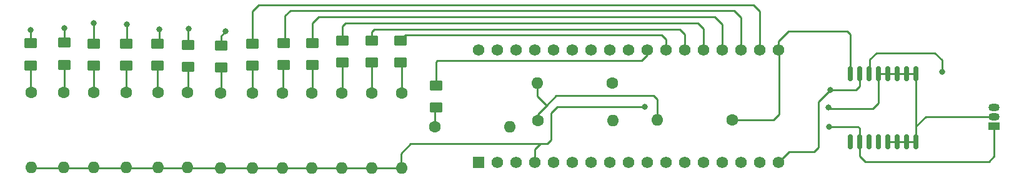
<source format=gbr>
%TF.GenerationSoftware,KiCad,Pcbnew,7.0.9*%
%TF.CreationDate,2025-01-11T11:52:04-05:00*%
%TF.ProjectId,PropellerClock,50726f70-656c-46c6-9572-436c6f636b2e,rev?*%
%TF.SameCoordinates,Original*%
%TF.FileFunction,Copper,L1,Top*%
%TF.FilePolarity,Positive*%
%FSLAX46Y46*%
G04 Gerber Fmt 4.6, Leading zero omitted, Abs format (unit mm)*
G04 Created by KiCad (PCBNEW 7.0.9) date 2025-01-11 11:52:04*
%MOMM*%
%LPD*%
G01*
G04 APERTURE LIST*
G04 Aperture macros list*
%AMRoundRect*
0 Rectangle with rounded corners*
0 $1 Rounding radius*
0 $2 $3 $4 $5 $6 $7 $8 $9 X,Y pos of 4 corners*
0 Add a 4 corners polygon primitive as box body*
4,1,4,$2,$3,$4,$5,$6,$7,$8,$9,$2,$3,0*
0 Add four circle primitives for the rounded corners*
1,1,$1+$1,$2,$3*
1,1,$1+$1,$4,$5*
1,1,$1+$1,$6,$7*
1,1,$1+$1,$8,$9*
0 Add four rect primitives between the rounded corners*
20,1,$1+$1,$2,$3,$4,$5,0*
20,1,$1+$1,$4,$5,$6,$7,0*
20,1,$1+$1,$6,$7,$8,$9,0*
20,1,$1+$1,$8,$9,$2,$3,0*%
G04 Aperture macros list end*
%TA.AperFunction,ComponentPad*%
%ADD10C,1.600000*%
%TD*%
%TA.AperFunction,ComponentPad*%
%ADD11O,1.600000X1.600000*%
%TD*%
%TA.AperFunction,SMDPad,CuDef*%
%ADD12RoundRect,0.250001X0.624999X-0.462499X0.624999X0.462499X-0.624999X0.462499X-0.624999X-0.462499X0*%
%TD*%
%TA.AperFunction,ComponentPad*%
%ADD13R,1.500000X1.050000*%
%TD*%
%TA.AperFunction,ComponentPad*%
%ADD14O,1.500000X1.050000*%
%TD*%
%TA.AperFunction,SMDPad,CuDef*%
%ADD15RoundRect,0.150000X0.150000X-0.875000X0.150000X0.875000X-0.150000X0.875000X-0.150000X-0.875000X0*%
%TD*%
%TA.AperFunction,ComponentPad*%
%ADD16R,1.574800X1.574800*%
%TD*%
%TA.AperFunction,ComponentPad*%
%ADD17C,1.574800*%
%TD*%
%TA.AperFunction,ViaPad*%
%ADD18C,0.800000*%
%TD*%
%TA.AperFunction,Conductor*%
%ADD19C,0.250000*%
%TD*%
G04 APERTURE END LIST*
D10*
%TO.P,R1,1*%
%TO.N,Net-(D10-K)*%
X130028800Y-83566000D03*
D11*
%TO.P,R1,2*%
%TO.N,Net-(MS1-GND)*%
X130028800Y-93726000D03*
%TD*%
D12*
%TO.P,D16,1,K*%
%TO.N,Net-(D16-K)*%
X79767400Y-79821100D03*
%TO.P,D16,2,A*%
%TO.N,Net-(D16-A)*%
X79767400Y-76846100D03*
%TD*%
D10*
%TO.P,R14,1*%
%TO.N,Net-(D6-A)*%
X148463000Y-87299800D03*
D11*
%TO.P,R14,2*%
%TO.N,Net-(MS1-A0)*%
X158623000Y-87299800D03*
%TD*%
D12*
%TO.P,D3,1,K*%
%TO.N,Net-(D3-K)*%
X92688200Y-79871900D03*
%TO.P,D3,2,A*%
%TO.N,Net-(D3-A)*%
X92688200Y-76896900D03*
%TD*%
D10*
%TO.P,R6,1*%
%TO.N,Net-(D15-K)*%
X109778800Y-83566000D03*
D11*
%TO.P,R6,2*%
%TO.N,Net-(MS1-GND)*%
X109778800Y-93726000D03*
%TD*%
%TO.P,R18,2*%
%TO.N,Net-(D6-A)*%
X148361400Y-82194400D03*
D10*
%TO.P,R18,1*%
%TO.N,Net-(MS1-SDA)*%
X158521400Y-82194400D03*
%TD*%
D12*
%TO.P,D2,1,K*%
%TO.N,Net-(D2-K)*%
X88324600Y-79871900D03*
%TO.P,D2,2,A*%
%TO.N,Net-(D2-A)*%
X88324600Y-76896900D03*
%TD*%
D10*
%TO.P,R10,1*%
%TO.N,Net-(D3-K)*%
X92710000Y-83540600D03*
D11*
%TO.P,R10,2*%
%TO.N,Net-(MS1-GND)*%
X92710000Y-93700600D03*
%TD*%
D13*
%TO.P,U2,1,VCC*%
%TO.N,Net-(D6-A)*%
X210286600Y-88061800D03*
D14*
%TO.P,U2,2,GND*%
%TO.N,Net-(MS1-GND)*%
X210286600Y-86791800D03*
%TO.P,U2,3,OUT*%
%TO.N,Net-(MS1-A0)*%
X210286600Y-85521800D03*
%TD*%
D12*
%TO.P,D11,1,K*%
%TO.N,Net-(D11-K)*%
X125992800Y-79414700D03*
%TO.P,D11,2,A*%
%TO.N,Net-(D11-A)*%
X125992800Y-76439700D03*
%TD*%
%TO.P,D15,1,K*%
%TO.N,Net-(D15-K)*%
X109813000Y-79846500D03*
%TO.P,D15,2,A*%
%TO.N,Net-(D15-A)*%
X109813000Y-76871500D03*
%TD*%
%TO.P,D14,1,K*%
%TO.N,Net-(D14-K)*%
X114046000Y-79795700D03*
%TO.P,D14,2,A*%
%TO.N,Net-(D14-A)*%
X114046000Y-76820700D03*
%TD*%
%TO.P,D13,1,K*%
%TO.N,Net-(D13-K)*%
X117890200Y-79795700D03*
%TO.P,D13,2,A*%
%TO.N,Net-(D13-A)*%
X117890200Y-76820700D03*
%TD*%
%TO.P,D1,1,K*%
%TO.N,Net-(D1-K)*%
X84300000Y-79744900D03*
%TO.P,D1,2,A*%
%TO.N,Net-(D1-A)*%
X84300000Y-76769900D03*
%TD*%
D10*
%TO.P,R5,1*%
%TO.N,Net-(D14-K)*%
X113828800Y-83566000D03*
D11*
%TO.P,R5,2*%
%TO.N,Net-(MS1-GND)*%
X113828800Y-93726000D03*
%TD*%
D10*
%TO.P,R8,1*%
%TO.N,Net-(D1-K)*%
X84251800Y-83540600D03*
D11*
%TO.P,R8,2*%
%TO.N,Net-(MS1-GND)*%
X84251800Y-93700600D03*
%TD*%
D12*
%TO.P,D4,1,K*%
%TO.N,Net-(D4-K)*%
X96941400Y-79871900D03*
%TO.P,D4,2,A*%
%TO.N,Net-(D4-A)*%
X96941400Y-76896900D03*
%TD*%
D10*
%TO.P,R7,1*%
%TO.N,Net-(D16-K)*%
X79781400Y-83540600D03*
D11*
%TO.P,R7,2*%
%TO.N,Net-(MS1-GND)*%
X79781400Y-93700600D03*
%TD*%
%TO.P,R17,2*%
%TO.N,Net-(MS1-GND)*%
X144703800Y-88163400D03*
D10*
%TO.P,R17,1*%
%TO.N,Net-(D9-K)*%
X134543800Y-88163400D03*
%TD*%
%TO.P,R12,1*%
%TO.N,Net-(D5-K)*%
X101015800Y-83540600D03*
D11*
%TO.P,R12,2*%
%TO.N,Net-(MS1-GND)*%
X101015800Y-93700600D03*
%TD*%
D10*
%TO.P,R13,1*%
%TO.N,Net-(D6-K)*%
X105511600Y-83566000D03*
D11*
%TO.P,R13,2*%
%TO.N,Net-(MS1-GND)*%
X105511600Y-93726000D03*
%TD*%
D12*
%TO.P,D10,1,K*%
%TO.N,Net-(D10-K)*%
X129828200Y-79440100D03*
%TO.P,D10,2,A*%
%TO.N,Net-(D10-A)*%
X129828200Y-76465100D03*
%TD*%
D15*
%TO.P,U3,1,32KHZ*%
%TO.N,unconnected-(U3-32KHZ-Pad1)*%
X190830200Y-90222600D03*
%TO.P,U3,2,VCC*%
%TO.N,Net-(D6-A)*%
X192100200Y-90222600D03*
%TO.P,U3,3,~{INT}/SQW*%
%TO.N,unconnected-(U3-~{INT}{slash}SQW-Pad3)*%
X193370200Y-90222600D03*
%TO.P,U3,4,~{RST}*%
%TO.N,unconnected-(U3-~{RST}-Pad4)*%
X194640200Y-90222600D03*
%TO.P,U3,5,GND*%
%TO.N,Net-(MS1-GND)*%
X195910200Y-90222600D03*
%TO.P,U3,6,GND*%
X197180200Y-90222600D03*
%TO.P,U3,7,GND*%
X198450200Y-90222600D03*
%TO.P,U3,8,GND*%
X199720200Y-90222600D03*
%TO.P,U3,9,GND*%
X199720200Y-80922600D03*
%TO.P,U3,10,GND*%
X198450200Y-80922600D03*
%TO.P,U3,11,GND*%
X197180200Y-80922600D03*
%TO.P,U3,12,GND*%
X195910200Y-80922600D03*
%TO.P,U3,13,GND*%
X194640200Y-80922600D03*
%TO.P,U3,14,VBAT*%
%TO.N,Net-(U3-VBAT)*%
X193370200Y-80922600D03*
%TO.P,U3,15,SDA*%
%TO.N,Net-(MS1-SDA)*%
X192100200Y-80922600D03*
%TO.P,U3,16,SCL*%
%TO.N,Net-(MS1-SCL)*%
X190830200Y-80922600D03*
%TD*%
D16*
%TO.P,MS1,1,~{RST}*%
%TO.N,unconnected-(MS1-~{RST}-Pad1)*%
X140436600Y-92964000D03*
D17*
%TO.P,MS1,2,3V*%
%TO.N,Net-(D6-A)*%
X142976600Y-92964000D03*
%TO.P,MS1,3,AREF*%
%TO.N,unconnected-(MS1-AREF-Pad3)*%
X145516600Y-92964000D03*
%TO.P,MS1,4,GND*%
%TO.N,Net-(MS1-GND)*%
X148056600Y-92964000D03*
%TO.P,MS1,5,A0*%
%TO.N,Net-(MS1-A0)*%
X150596600Y-92964000D03*
%TO.P,MS1,6,A1*%
%TO.N,Net-(D5-A)*%
X153136600Y-92964000D03*
%TO.P,MS1,7,A2*%
%TO.N,Net-(D4-A)*%
X155676600Y-92964000D03*
%TO.P,MS1,8,A3*%
%TO.N,Net-(D3-A)*%
X158216600Y-92964000D03*
%TO.P,MS1,9,A4*%
%TO.N,Net-(D2-A)*%
X160756600Y-92964000D03*
%TO.P,MS1,10,A5*%
%TO.N,Net-(D1-A)*%
X163296600Y-92964000D03*
%TO.P,MS1,11,SCK*%
%TO.N,unconnected-(MS1-SCK-Pad11)*%
X165836600Y-92964000D03*
%TO.P,MS1,12,MO*%
%TO.N,unconnected-(MS1-MO-Pad12)*%
X168376600Y-92964000D03*
%TO.P,MS1,13,MI*%
%TO.N,unconnected-(MS1-MI-Pad13)*%
X170916600Y-92964000D03*
%TO.P,MS1,14,RX*%
%TO.N,unconnected-(MS1-RX-Pad14)*%
X173456600Y-92964000D03*
%TO.P,MS1,15,TX*%
%TO.N,unconnected-(MS1-TX-Pad15)*%
X175996600Y-92964000D03*
%TO.P,MS1,16,D4*%
%TO.N,Net-(D16-A)*%
X178536600Y-92964000D03*
%TO.P,MS1,17,SDA*%
%TO.N,Net-(MS1-SDA)*%
X181076600Y-92964000D03*
%TO.P,MS1,18,SCL*%
%TO.N,Net-(MS1-SCL)*%
X181076600Y-77724000D03*
%TO.P,MS1,19,5*%
%TO.N,Net-(D15-A)*%
X178536600Y-77724000D03*
%TO.P,MS1,20,6*%
%TO.N,Net-(D14-A)*%
X175996600Y-77724000D03*
%TO.P,MS1,21,9*%
%TO.N,Net-(D13-A)*%
X173456600Y-77724000D03*
%TO.P,MS1,22,10*%
%TO.N,Net-(D12-A)*%
X170916600Y-77724000D03*
%TO.P,MS1,23,11*%
%TO.N,Net-(D11-A)*%
X168376600Y-77724000D03*
%TO.P,MS1,24,12*%
%TO.N,Net-(D10-A)*%
X165836600Y-77724000D03*
%TO.P,MS1,25,13*%
%TO.N,Net-(D9-A)*%
X163296600Y-77724000D03*
%TO.P,MS1,26,USB*%
%TO.N,unconnected-(MS1-USB-Pad26)*%
X160756600Y-77724000D03*
%TO.P,MS1,27,EN*%
%TO.N,unconnected-(MS1-EN-Pad27)*%
X158216600Y-77724000D03*
%TO.P,MS1,28,VBAT*%
%TO.N,unconnected-(MS1-VBAT-Pad28)*%
X155676600Y-77724000D03*
%TO.P,MS1,29*%
%TO.N,N/C*%
X153136600Y-77724000D03*
%TO.P,MS1,30*%
X150596600Y-77724000D03*
%TO.P,MS1,31*%
X148056600Y-77724000D03*
%TO.P,MS1,32*%
X145516600Y-77724000D03*
%TO.P,MS1,33*%
X142976600Y-77724000D03*
%TO.P,MS1,34*%
X140436600Y-77724000D03*
%TD*%
D10*
%TO.P,R11,1*%
%TO.N,Net-(D4-K)*%
X96977200Y-83540600D03*
D11*
%TO.P,R11,2*%
%TO.N,Net-(MS1-GND)*%
X96977200Y-93700600D03*
%TD*%
D12*
%TO.P,D6,1,K*%
%TO.N,Net-(D6-K)*%
X105549400Y-80100500D03*
%TO.P,D6,2,A*%
%TO.N,Net-(D6-A)*%
X105549400Y-77125500D03*
%TD*%
D10*
%TO.P,R4,1*%
%TO.N,Net-(D13-K)*%
X117878800Y-83566000D03*
D11*
%TO.P,R4,2*%
%TO.N,Net-(MS1-GND)*%
X117878800Y-93726000D03*
%TD*%
D12*
%TO.P,D9,1,K*%
%TO.N,Net-(D9-K)*%
X134645400Y-85561500D03*
%TO.P,D9,2,A*%
%TO.N,Net-(D9-A)*%
X134645400Y-82586500D03*
%TD*%
%TO.P,D5,1,K*%
%TO.N,Net-(D5-K)*%
X101042200Y-80024300D03*
%TO.P,D5,2,A*%
%TO.N,Net-(D5-A)*%
X101042200Y-77049300D03*
%TD*%
D10*
%TO.P,R3,1*%
%TO.N,Net-(D12-K)*%
X121928800Y-83566000D03*
D11*
%TO.P,R3,2*%
%TO.N,Net-(MS1-GND)*%
X121928800Y-93726000D03*
%TD*%
D10*
%TO.P,R2,1*%
%TO.N,Net-(D11-K)*%
X125978800Y-83566000D03*
D11*
%TO.P,R2,2*%
%TO.N,Net-(MS1-GND)*%
X125978800Y-93726000D03*
%TD*%
D12*
%TO.P,D12,1,K*%
%TO.N,Net-(D12-K)*%
X121979600Y-79414700D03*
%TO.P,D12,2,A*%
%TO.N,Net-(D12-A)*%
X121979600Y-76439700D03*
%TD*%
D10*
%TO.P,R9,1*%
%TO.N,Net-(D2-K)*%
X88315800Y-83540600D03*
D11*
%TO.P,R9,2*%
%TO.N,Net-(MS1-GND)*%
X88315800Y-93700600D03*
%TD*%
D10*
%TO.P,R16,1*%
%TO.N,Net-(MS1-SCL)*%
X174853600Y-87223600D03*
D11*
%TO.P,R16,2*%
%TO.N,Net-(D6-A)*%
X164693600Y-87223600D03*
%TD*%
D18*
%TO.N,Net-(D1-A)*%
X84328000Y-74777600D03*
%TO.N,Net-(D2-A)*%
X88315800Y-74142600D03*
%TO.N,Net-(D3-A)*%
X92786200Y-74244200D03*
%TO.N,Net-(D4-A)*%
X97155000Y-74980800D03*
%TO.N,Net-(D5-A)*%
X101168200Y-74879200D03*
%TO.N,Net-(D6-A)*%
X187934600Y-88188800D03*
X106172000Y-75234800D03*
%TO.N,Net-(D16-A)*%
X79756000Y-75031600D03*
%TO.N,Net-(MS1-GND)*%
X187883800Y-85547200D03*
X162966400Y-85420200D03*
%TO.N,Net-(MS1-SDA)*%
X188112400Y-83185000D03*
%TO.N,Net-(U3-VBAT)*%
X203225400Y-80721200D03*
%TD*%
D19*
%TO.N,Net-(D11-A)*%
X126314200Y-74955400D02*
X125992800Y-75276800D01*
X125992800Y-75276800D02*
X125992800Y-76439700D01*
X167716200Y-74955400D02*
X126314200Y-74955400D01*
X168376600Y-77724000D02*
X168376600Y-75615800D01*
X168376600Y-75615800D02*
X167716200Y-74955400D01*
%TO.N,Net-(D12-A)*%
X121979600Y-74540200D02*
X121979600Y-76439700D01*
X122428000Y-74091800D02*
X121979600Y-74540200D01*
X170891200Y-74828400D02*
X170154600Y-74091800D01*
X170916600Y-74828400D02*
X170891200Y-74828400D01*
X170916600Y-77724000D02*
X170916600Y-74828400D01*
X170154600Y-74091800D02*
X122428000Y-74091800D01*
%TO.N,Net-(D13-A)*%
X117890200Y-74108400D02*
X117890200Y-76820700D01*
X118760450Y-73238150D02*
X117890200Y-74108400D01*
X172425150Y-73238150D02*
X118760450Y-73238150D01*
X173456600Y-74269600D02*
X172425150Y-73238150D01*
X173456600Y-77724000D02*
X173456600Y-74269600D01*
%TO.N,Net-(D14-A)*%
X114198400Y-73126600D02*
X114198400Y-76668300D01*
X114935000Y-72390000D02*
X114198400Y-73126600D01*
X175056800Y-72390000D02*
X114935000Y-72390000D01*
X175996600Y-77724000D02*
X175996600Y-73329800D01*
X175996600Y-73329800D02*
X175056800Y-72390000D01*
%TO.N,Net-(D15-A)*%
X178536600Y-72466200D02*
X178536600Y-77724000D01*
X177723800Y-71653400D02*
X178536600Y-72466200D01*
X110617000Y-71653400D02*
X177723800Y-71653400D01*
X109813000Y-72457400D02*
X110617000Y-71653400D01*
X109813000Y-76871500D02*
X109813000Y-72457400D01*
%TO.N,Net-(D9-A)*%
X134823200Y-79222600D02*
X134696200Y-79349600D01*
X134696200Y-79349600D02*
X134696200Y-81508600D01*
X134696200Y-81508600D02*
X134670800Y-81534000D01*
X162509200Y-79222600D02*
X134823200Y-79222600D01*
X163296600Y-77724000D02*
X163296600Y-78435200D01*
X163296600Y-78435200D02*
X162509200Y-79222600D01*
X134670800Y-81534000D02*
X134670800Y-82561100D01*
%TO.N,Net-(D10-A)*%
X130575900Y-75717400D02*
X129828200Y-76465100D01*
X165836600Y-76276200D02*
X165277800Y-75717400D01*
X165277800Y-75717400D02*
X130575900Y-75717400D01*
X165836600Y-77724000D02*
X165836600Y-76276200D01*
%TO.N,Net-(D9-K)*%
X134543800Y-88163400D02*
X134543800Y-85663100D01*
%TO.N,Net-(MS1-GND)*%
X105511600Y-93726000D02*
X79806800Y-93726000D01*
%TO.N,Net-(D1-K)*%
X84300000Y-79744900D02*
X84300000Y-83492400D01*
%TO.N,Net-(D1-A)*%
X84328000Y-74777600D02*
X84328000Y-76741900D01*
%TO.N,Net-(D2-K)*%
X88324600Y-79871900D02*
X88324600Y-83531800D01*
%TO.N,Net-(D2-A)*%
X88315800Y-74142600D02*
X88315800Y-76888100D01*
%TO.N,Net-(D3-K)*%
X92688200Y-79871900D02*
X92688200Y-83518800D01*
%TO.N,Net-(D3-A)*%
X92786200Y-74244200D02*
X92786200Y-76798900D01*
%TO.N,Net-(D4-K)*%
X96941400Y-79871900D02*
X96941400Y-83504800D01*
%TO.N,Net-(D4-A)*%
X97155000Y-74980800D02*
X97155000Y-76683300D01*
%TO.N,Net-(D5-K)*%
X101042200Y-80024300D02*
X101042200Y-83514200D01*
%TO.N,Net-(D5-A)*%
X101042200Y-75005200D02*
X101042200Y-77049300D01*
X101168200Y-74879200D02*
X101042200Y-75005200D01*
%TO.N,Net-(D6-K)*%
X105549400Y-80100500D02*
X105549400Y-83528200D01*
%TO.N,Net-(D6-A)*%
X148463000Y-87299800D02*
X148463000Y-86436200D01*
X210286600Y-88061800D02*
X210286600Y-92151200D01*
X150977600Y-83921600D02*
X149631400Y-85267800D01*
X192100200Y-90222600D02*
X192100200Y-88366600D01*
X148463000Y-86436200D02*
X149631400Y-85267800D01*
X192836800Y-92862400D02*
X192100200Y-92125800D01*
X164160200Y-83921600D02*
X150977600Y-83921600D01*
X191871600Y-88138000D02*
X187985400Y-88138000D01*
X164693600Y-87223600D02*
X164693600Y-84455000D01*
X187985400Y-88138000D02*
X187934600Y-88188800D01*
X105549400Y-77125500D02*
X105549400Y-75857400D01*
X192100200Y-92125800D02*
X192100200Y-90222600D01*
X209575400Y-92862400D02*
X192836800Y-92862400D01*
X192100200Y-88366600D02*
X191871600Y-88138000D01*
X148361400Y-83997800D02*
X149631400Y-85267800D01*
X210286600Y-92151200D02*
X209575400Y-92862400D01*
X164693600Y-84455000D02*
X164160200Y-83921600D01*
X105549400Y-75857400D02*
X106172000Y-75234800D01*
X148361400Y-82194400D02*
X148361400Y-83997800D01*
%TO.N,Net-(D10-K)*%
X130028800Y-83566000D02*
X130028800Y-79640700D01*
%TO.N,Net-(D11-K)*%
X125992800Y-79414700D02*
X125992800Y-83552000D01*
%TO.N,Net-(D12-K)*%
X121979600Y-79414700D02*
X121979600Y-83515200D01*
%TO.N,Net-(D13-K)*%
X117890200Y-79795700D02*
X117890200Y-83554600D01*
%TO.N,Net-(D14-K)*%
X113953200Y-79948100D02*
X113953200Y-83441600D01*
%TO.N,Net-(D15-K)*%
X109813000Y-79795700D02*
X109813000Y-83531800D01*
%TO.N,Net-(D16-K)*%
X79776200Y-79592500D02*
X79776200Y-83535400D01*
%TO.N,Net-(D16-A)*%
X79756000Y-75031600D02*
X79756000Y-76834700D01*
%TO.N,Net-(MS1-GND)*%
X151104600Y-85445600D02*
X150266400Y-86283800D01*
X194640200Y-84912200D02*
X194640200Y-80922600D01*
X193878200Y-85674200D02*
X188010800Y-85674200D01*
X150266400Y-89941400D02*
X149733000Y-90474800D01*
X199720200Y-90222600D02*
X195910200Y-90222600D01*
X162941000Y-85445600D02*
X151104600Y-85445600D01*
X149733000Y-90474800D02*
X148996400Y-90474800D01*
X148996400Y-90474800D02*
X131241800Y-90474800D01*
X198450200Y-80922600D02*
X197180200Y-80922600D01*
X131241800Y-90474800D02*
X129946400Y-91770200D01*
X194640200Y-84912200D02*
X193878200Y-85674200D01*
X201041000Y-86791800D02*
X199720200Y-88112600D01*
X148818600Y-90474800D02*
X148056600Y-91236800D01*
X129946400Y-91770200D02*
X129946400Y-93643600D01*
X148056600Y-91236800D02*
X148056600Y-92964000D01*
X199720200Y-88315800D02*
X199720200Y-90222600D01*
X199720200Y-90222600D02*
X199720200Y-80922600D01*
X199720200Y-80922600D02*
X198450200Y-80922600D01*
X148996400Y-90474800D02*
X148818600Y-90474800D01*
X150266400Y-86283800D02*
X150266400Y-89941400D01*
X210286600Y-86791800D02*
X201041000Y-86791800D01*
X162966400Y-85420200D02*
X162941000Y-85445600D01*
X199720200Y-88112600D02*
X199720200Y-88315800D01*
X130028800Y-93726000D02*
X105511600Y-93726000D01*
X197180200Y-80922600D02*
X195910200Y-80922600D01*
X195910200Y-80922600D02*
X194640200Y-80922600D01*
X188010800Y-85674200D02*
X187883800Y-85547200D01*
%TO.N,Net-(MS1-SDA)*%
X192100200Y-80922600D02*
X192100200Y-82651600D01*
X186486800Y-84810600D02*
X186486800Y-90932000D01*
X186486800Y-90932000D02*
X185902600Y-91516200D01*
X182524400Y-91516200D02*
X181076600Y-92964000D01*
X185902600Y-91516200D02*
X182524400Y-91516200D01*
X188112400Y-83185000D02*
X186486800Y-84810600D01*
X191566800Y-83185000D02*
X188112400Y-83185000D01*
X192100200Y-82651600D02*
X191566800Y-83185000D01*
%TO.N,Net-(MS1-SCL)*%
X181076600Y-76581000D02*
X181076600Y-77724000D01*
X190398400Y-75209400D02*
X182448200Y-75209400D01*
X190830200Y-75641200D02*
X190398400Y-75209400D01*
X181152800Y-86487000D02*
X180416200Y-87223600D01*
X182448200Y-75209400D02*
X181076600Y-76581000D01*
X174853600Y-87223600D02*
X180416200Y-87223600D01*
X181152800Y-77800200D02*
X181152800Y-86487000D01*
X190830200Y-80922600D02*
X190830200Y-75641200D01*
%TO.N,Net-(U3-VBAT)*%
X203225400Y-79121000D02*
X202260200Y-78155800D01*
X194360800Y-78155800D02*
X193471800Y-79044800D01*
X202260200Y-78155800D02*
X194360800Y-78155800D01*
X203225400Y-80721200D02*
X203225400Y-79121000D01*
X193471800Y-79044800D02*
X193471800Y-80821000D01*
%TD*%
M02*

</source>
